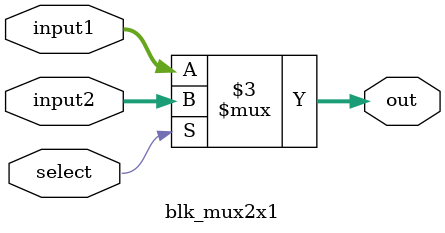
<source format=sv>
`timescale 1ns / 1ps

module blk_mux2x1 #(parameter WIDTH = 4)
(
    //outputs
    output logic [WIDTH-1:0]   out,
    //inputs
    input  logic [WIDTH-1:0]   input1,
                               input2,
    input  logic               select
);
    always_comb 
    begin
        if (select)
            out <= input2;
        else
            out <= input1;
    end
endmodule


</source>
